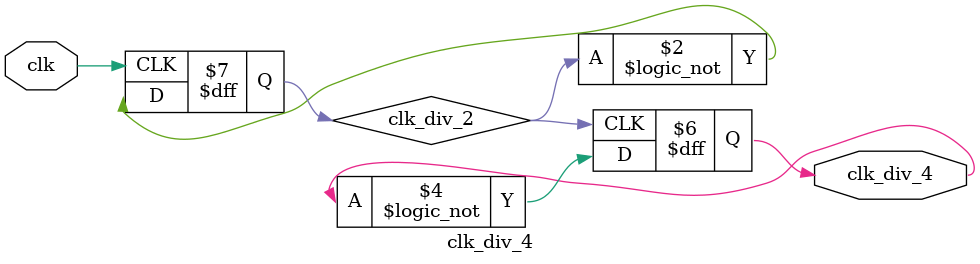
<source format=v>
module clk_div_4 (
  input     wire clk,
  output    reg  clk_div_4 = 0
  
);

  reg clk_div_2;
  
  // Деление частоты на 2 
  always @(posedge clk) begin
    clk_div_2 <= !clk_div_2;
  end

  // Деление частоты на 4
  always @(posedge clk_div_2) begin
    clk_div_4 <= !clk_div_4; 
  end


endmodule
</source>
